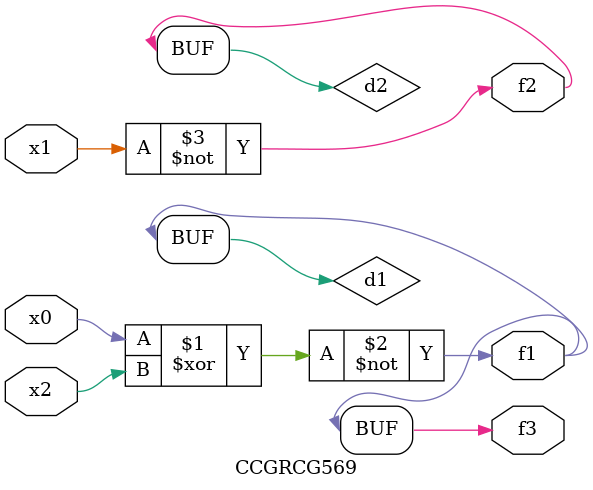
<source format=v>
module CCGRCG569(
	input x0, x1, x2,
	output f1, f2, f3
);

	wire d1, d2, d3;

	xnor (d1, x0, x2);
	nand (d2, x1);
	nor (d3, x1, x2);
	assign f1 = d1;
	assign f2 = d2;
	assign f3 = d1;
endmodule

</source>
